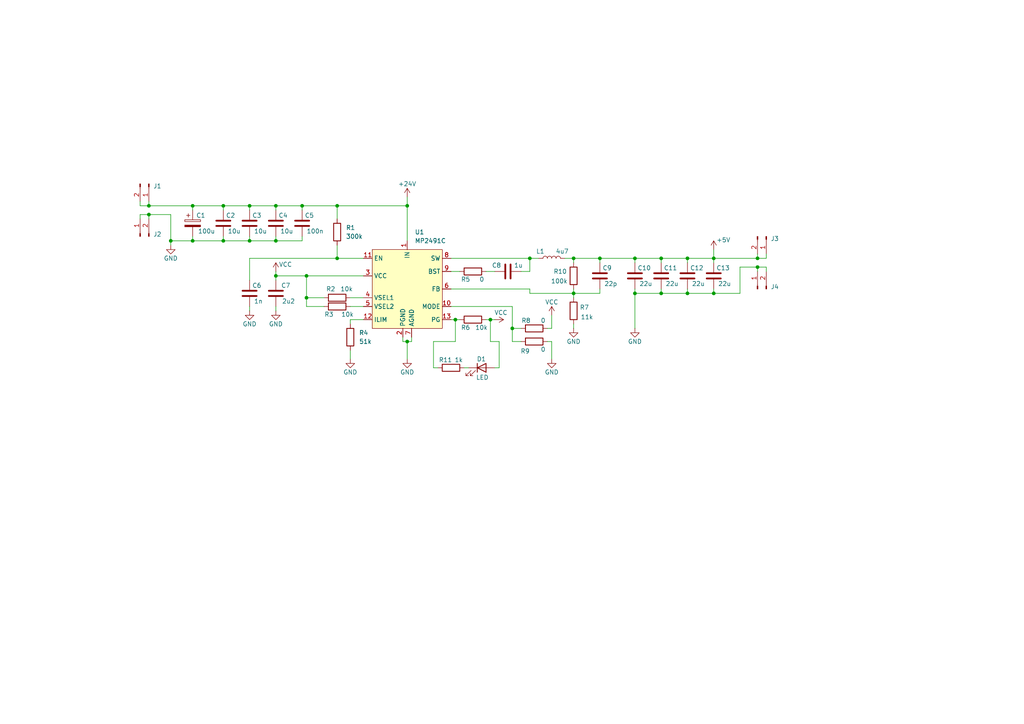
<source format=kicad_sch>
(kicad_sch (version 20231120) (generator "eeschema") (generator_version "8.0")
  (paper "A4")
  (lib_symbols
    (symbol "Connector:Conn_01x02_Pin" (pin_names (offset 1.016) hide)
      (property "Reference" "J" (at 0 2.54 0))
      (property "Value" "Conn_01x02_Pin" (at 0 -5.08 0))
      (symbol "Conn_01x02_Pin_1_1"
        (polyline (pts (xy 1.27 -2.54) (xy 0.8636 -2.54)) (stroke (width 0.1524)))
        (polyline (pts (xy 1.27 0) (xy 0.8636 0)) (stroke (width 0.1524)))
        (rectangle (start 0.8636 -2.413) (end 0 -2.667) (stroke (width 0.1524)) (fill (type outline)))
        (rectangle (start 0.8636 0.127) (end 0 -0.127) (stroke (width 0.1524)) (fill (type outline)))
        (pin passive line (at 5.08 0 180) (length 3.81) (name "Pin_1") (number "1"))
        (pin passive line (at 5.08 -2.54 180) (length 3.81) (name "Pin_2") (number "2"))
      )
    )
    (symbol "Device:C" (pin_numbers hide) (pin_names (offset 0.254))
      (property "Reference" "C" (at 0.635 2.54 0))
      (property "Value" "C" (at 0.635 -2.54 0))
      (symbol "C_0_1"
        (polyline (pts (xy -2.032 -0.762) (xy 2.032 -0.762)) (stroke (width 0.508)))
        (polyline (pts (xy -2.032 0.762) (xy 2.032 0.762)) (stroke (width 0.508)))
      )
      (symbol "C_1_1"
        (pin passive line (at 0 3.81 270) (length 2.794) (name "~") (number "1"))
        (pin passive line (at 0 -3.81 90) (length 2.794) (name "~") (number "2"))
      )
    )
    (symbol "Device:C_Polarized" (pin_numbers hide) (pin_names (offset 0.254))
      (property "Reference" "C" (at 0.635 2.54 0))
      (property "Value" "C_Polarized" (at 0.635 -2.54 0))
      (symbol "C_Polarized_0_1"
        (rectangle (start -2.286 0.508) (end 2.286 1.016))
        (polyline (pts (xy -1.778 2.286) (xy -0.762 2.286)))
        (polyline (pts (xy -1.27 2.794) (xy -1.27 1.778)))
        (rectangle (start 2.286 -0.508) (end -2.286 -1.016) (fill (type outline)))
      )
      (symbol "C_Polarized_1_1"
        (pin passive line (at 0 3.81 270) (length 2.794) (name "~") (number "1"))
        (pin passive line (at 0 -3.81 90) (length 2.794) (name "~") (number "2"))
      )
    )
    (symbol "Device:L" (pin_numbers hide) (pin_names (offset 1.016) hide)
      (property "Reference" "L" (at -1.27 0 90))
      (property "Value" "L" (at 1.905 0 90))
      (symbol "L_0_1"
        (arc (start 0 -2.54) (mid 0.6323 -1.905) (end 0 -1.27))
        (arc (start 0 -1.27) (mid 0.6323 -0.635) (end 0 0))
        (arc (start 0 0) (mid 0.6323 0.635) (end 0 1.27))
        (arc (start 0 1.27) (mid 0.6323 1.905) (end 0 2.54))
      )
      (symbol "L_1_1"
        (pin passive line (at 0 3.81 270) (length 1.27) (name "1") (number "1"))
        (pin passive line (at 0 -3.81 90) (length 1.27) (name "2") (number "2"))
      )
    )
    (symbol "Device:LED" (pin_numbers hide) (pin_names (offset 1.016) hide)
      (property "Reference" "D" (at 0 2.54 0))
      (property "Value" "LED" (at 0 -2.54 0))
      (symbol "LED_0_1"
        (polyline (pts (xy -1.27 -1.27) (xy -1.27 1.27)) (stroke (width 0.254)))
        (polyline (pts (xy -1.27 0) (xy 1.27 0)))
        (polyline (pts (xy 1.27 -1.27) (xy 1.27 1.27) (xy -1.27 0) (xy 1.27 -1.27)) (stroke (width 0.254)))
        (polyline (pts (xy -3.048 -0.762) (xy -4.572 -2.286) (xy -3.81 -2.286) (xy -4.572 -2.286) (xy -4.572 -1.524)))
        (polyline (pts (xy -1.778 -0.762) (xy -3.302 -2.286) (xy -2.54 -2.286) (xy -3.302 -2.286) (xy -3.302 -1.524)))
      )
      (symbol "LED_1_1"
        (pin passive line (at -3.81 0 0) (length 2.54) (name "K") (number "1"))
        (pin passive line (at 3.81 0 180) (length 2.54) (name "A") (number "2"))
      )
    )
    (symbol "Device:R" (pin_numbers hide) (pin_names (offset 0))
      (property "Reference" "R" (at 2.032 0 90))
      (property "Value" "R" (at 0 0 90))
      (symbol "R_0_1"
        (rectangle (start -1.016 -2.54) (end 1.016 2.54) (stroke (width 0.254)))
      )
      (symbol "R_1_1"
        (pin passive line (at 0 3.81 270) (length 1.27) (name "~") (number "1"))
        (pin passive line (at 0 -3.81 90) (length 1.27) (name "~") (number "2"))
      )
    )
    (symbol "HK:MP2491C_HK"
      (property "Reference" "U" (at 0 0 0))
      (property "Value" "MP2491C" (at 5.842 13.462 0))
      (symbol "MP2491C_HK_1_1"
        (rectangle (start -10.16 11.43) (end 10.16 -11.43) (fill (type background)))
        (pin power_in line (at 0 13.97 270) (length 2.54) (name "IN") (number "1"))
        (pin input line (at 12.7 -5.08 180) (length 2.54) (name "MODE") (number "10"))
        (pin input line (at -12.7 8.89 0) (length 2.54) (name "EN") (number "11"))
        (pin input line (at -12.7 -8.89 0) (length 2.54) (name "ILIM") (number "12"))
        (pin output line (at 12.7 -8.89 180) (length 2.54) (name "PG") (number "13"))
        (pin power_in line (at -1.27 -13.97 90) (length 2.54) (name "PGND") (number "2"))
        (pin power_out line (at -12.7 3.81 0) (length 2.54) (name "VCC") (number "3"))
        (pin input line (at -12.7 -2.54 0) (length 2.54) (name "VSEL1") (number "4"))
        (pin input line (at -12.7 -5.08 0) (length 2.54) (name "VSEL2") (number "5"))
        (pin input line (at 12.7 0 180) (length 2.54) (name "FB") (number "6"))
        (pin power_in line (at 1.27 -13.97 90) (length 2.54) (name "AGND") (number "7"))
        (pin power_in line (at 12.7 8.89 180) (length 2.54) (name "SW") (number "8"))
        (pin input line (at 12.7 5.08 180) (length 2.54) (name "BST") (number "9"))
      )
    )
    (symbol "power:+24V" (power) (pin_numbers hide) (pin_names (offset 0) hide)
      (property "Value" "+24V" (at 0 3.556 0))
      (symbol "+24V_0_1"
        (polyline (pts (xy -0.762 1.27) (xy 0 2.54)))
        (polyline (pts (xy 0 0) (xy 0 2.54)))
        (polyline (pts (xy 0 2.54) (xy 0.762 1.27)))
      )
      (symbol "+24V_1_1"
        (pin power_in line (at 0 0 90) (length 0) (name "~") (number "1"))
      )
    )
    (symbol "power:+5V" (power) (pin_numbers hide) (pin_names (offset 0) hide)
      (property "Value" "+5V" (at 0 3.556 0))
      (symbol "+5V_0_1"
        (polyline (pts (xy -0.762 1.27) (xy 0 2.54)))
        (polyline (pts (xy 0 0) (xy 0 2.54)))
        (polyline (pts (xy 0 2.54) (xy 0.762 1.27)))
      )
      (symbol "+5V_1_1"
        (pin power_in line (at 0 0 90) (length 0) (name "~") (number "1"))
      )
    )
    (symbol "power:GND" (power) (pin_numbers hide) (pin_names (offset 0) hide)
      (property "Value" "GND" (at 0 -3.81 0))
      (symbol "GND_0_1"
        (polyline (pts (xy 0 0) (xy 0 -1.27) (xy 1.27 -1.27) (xy 0 -2.54) (xy -1.27 -1.27) (xy 0 -1.27)))
      )
      (symbol "GND_1_1"
        (pin power_in line (at 0 0 270) (length 0) (name "~") (number "1"))
      )
    )
    (symbol "power:VCC" (power) (pin_numbers hide) (pin_names (offset 0) hide)
      (property "Value" "VCC" (at 0 3.556 0))
      (symbol "VCC_0_1"
        (polyline (pts (xy -0.762 1.27) (xy 0 2.54)))
        (polyline (pts (xy 0 0) (xy 0 2.54)))
        (polyline (pts (xy 0 2.54) (xy 0.762 1.27)))
      )
      (symbol "VCC_1_1"
        (pin power_in line (at 0 0 90) (length 0) (name "~") (number "1"))
      )
    )
  )
  (junction (at 153.67 74.93))
  (junction (at 43.18 62.23))
  (junction (at 191.77 85.09))
  (junction (at 55.88 69.85))
  (junction (at 219.71 77.47))
  (junction (at 118.11 59.69))
  (junction (at 64.77 69.85))
  (junction (at 88.9 80.01))
  (junction (at 118.11 99.06))
  (junction (at 191.77 74.93))
  (junction (at 49.53 69.85))
  (junction (at 64.77 59.69))
  (junction (at 199.39 74.93))
  (junction (at 43.18 59.69))
  (junction (at 80.01 80.01))
  (junction (at 184.15 74.93))
  (junction (at 87.63 59.69))
  (junction (at 207.01 85.09))
  (junction (at 80.01 69.85))
  (junction (at 88.9 86.36))
  (junction (at 72.39 59.69))
  (junction (at 173.99 74.93))
  (junction (at 199.39 85.09))
  (junction (at 55.88 59.69))
  (junction (at 166.37 85.09))
  (junction (at 207.01 74.93))
  (junction (at 184.15 85.09))
  (junction (at 148.59 95.25))
  (junction (at 166.37 74.93))
  (junction (at 219.71 74.93))
  (junction (at 97.79 59.69))
  (junction (at 142.24 92.71))
  (junction (at 72.39 69.85))
  (junction (at 80.01 59.69))
  (junction (at 97.79 74.93))
  (junction (at 132.08 92.71))
  (wire (pts (xy 80.01 68.58) (xy 80.01 69.85)))
  (wire (pts (xy 116.84 97.79) (xy 116.84 99.06)))
  (wire (pts (xy 151.13 95.25) (xy 148.59 95.25)))
  (wire (pts (xy 43.18 62.23) (xy 43.18 63.5)))
  (wire (pts (xy 49.53 62.23) (xy 49.53 69.85)))
  (wire (pts (xy 207.01 85.09) (xy 214.63 85.09)))
  (wire (pts (xy 148.59 95.25) (xy 148.59 99.06)))
  (wire (pts (xy 184.15 83.82) (xy 184.15 85.09)))
  (wire (pts (xy 140.97 92.71) (xy 142.24 92.71)))
  (wire (pts (xy 158.75 99.06) (xy 160.02 99.06)))
  (wire (pts (xy 207.01 72.39) (xy 207.01 74.93)))
  (wire (pts (xy 191.77 85.09) (xy 184.15 85.09)))
  (wire (pts (xy 80.01 88.9) (xy 80.01 90.17)))
  (wire (pts (xy 125.73 106.68) (xy 125.73 99.06)))
  (wire (pts (xy 184.15 85.09) (xy 184.15 95.25)))
  (wire (pts (xy 87.63 59.69) (xy 97.79 59.69)))
  (wire (pts (xy 43.18 58.42) (xy 43.18 59.69)))
  (wire (pts (xy 199.39 74.93) (xy 199.39 76.2)))
  (wire (pts (xy 87.63 59.69) (xy 87.63 60.96)))
  (wire (pts (xy 118.11 57.15) (xy 118.11 59.69)))
  (wire (pts (xy 160.02 99.06) (xy 160.02 104.14)))
  (wire (pts (xy 144.78 106.68) (xy 144.78 99.06)))
  (wire (pts (xy 97.79 59.69) (xy 97.79 63.5)))
  (wire (pts (xy 130.81 74.93) (xy 153.67 74.93)))
  (wire (pts (xy 160.02 91.44) (xy 160.02 95.25)))
  (wire (pts (xy 72.39 81.28) (xy 72.39 74.93)))
  (wire (pts (xy 72.39 69.85) (xy 64.77 69.85)))
  (wire (pts (xy 148.59 99.06) (xy 151.13 99.06)))
  (wire (pts (xy 199.39 74.93) (xy 207.01 74.93)))
  (wire (pts (xy 119.38 99.06) (xy 118.11 99.06)))
  (wire (pts (xy 173.99 83.82) (xy 173.99 85.09)))
  (wire (pts (xy 130.81 92.71) (xy 132.08 92.71)))
  (wire (pts (xy 105.41 74.93) (xy 97.79 74.93)))
  (wire (pts (xy 80.01 59.69) (xy 87.63 59.69)))
  (wire (pts (xy 207.01 74.93) (xy 219.71 74.93)))
  (wire (pts (xy 166.37 74.93) (xy 166.37 76.2)))
  (wire (pts (xy 207.01 85.09) (xy 199.39 85.09)))
  (wire (pts (xy 132.08 92.71) (xy 133.35 92.71)))
  (wire (pts (xy 173.99 85.09) (xy 166.37 85.09)))
  (wire (pts (xy 72.39 59.69) (xy 80.01 59.69)))
  (wire (pts (xy 40.64 58.42) (xy 40.64 59.69)))
  (wire (pts (xy 130.81 78.74) (xy 133.35 78.74)))
  (wire (pts (xy 148.59 88.9) (xy 148.59 95.25)))
  (wire (pts (xy 80.01 80.01) (xy 80.01 81.28)))
  (wire (pts (xy 153.67 85.09) (xy 166.37 85.09)))
  (wire (pts (xy 97.79 59.69) (xy 118.11 59.69)))
  (wire (pts (xy 105.41 92.71) (xy 101.6 92.71)))
  (wire (pts (xy 125.73 99.06) (xy 132.08 99.06)))
  (wire (pts (xy 49.53 69.85) (xy 49.53 71.12)))
  (wire (pts (xy 118.11 59.69) (xy 118.11 69.85)))
  (wire (pts (xy 43.18 59.69) (xy 55.88 59.69)))
  (wire (pts (xy 55.88 59.69) (xy 64.77 59.69)))
  (wire (pts (xy 191.77 83.82) (xy 191.77 85.09)))
  (wire (pts (xy 88.9 86.36) (xy 93.98 86.36)))
  (wire (pts (xy 166.37 93.98) (xy 166.37 95.25)))
  (wire (pts (xy 80.01 78.74) (xy 80.01 80.01)))
  (wire (pts (xy 158.75 95.25) (xy 160.02 95.25)))
  (wire (pts (xy 93.98 88.9) (xy 88.9 88.9)))
  (wire (pts (xy 130.81 83.82) (xy 153.67 83.82)))
  (wire (pts (xy 199.39 83.82) (xy 199.39 85.09)))
  (wire (pts (xy 219.71 77.47) (xy 222.25 77.47)))
  (wire (pts (xy 151.13 78.74) (xy 153.67 78.74)))
  (wire (pts (xy 118.11 99.06) (xy 116.84 99.06)))
  (wire (pts (xy 142.24 92.71) (xy 143.51 92.71)))
  (wire (pts (xy 191.77 74.93) (xy 191.77 76.2)))
  (wire (pts (xy 222.25 74.93) (xy 222.25 73.66)))
  (wire (pts (xy 166.37 85.09) (xy 166.37 86.36)))
  (wire (pts (xy 64.77 68.58) (xy 64.77 69.85)))
  (wire (pts (xy 127 106.68) (xy 125.73 106.68)))
  (wire (pts (xy 153.67 78.74) (xy 153.67 74.93)))
  (wire (pts (xy 87.63 69.85) (xy 80.01 69.85)))
  (wire (pts (xy 97.79 74.93) (xy 97.79 71.12)))
  (wire (pts (xy 88.9 80.01) (xy 105.41 80.01)))
  (wire (pts (xy 191.77 74.93) (xy 199.39 74.93)))
  (wire (pts (xy 40.64 62.23) (xy 40.64 63.5)))
  (wire (pts (xy 173.99 74.93) (xy 173.99 76.2)))
  (wire (pts (xy 163.83 74.93) (xy 166.37 74.93)))
  (wire (pts (xy 64.77 59.69) (xy 64.77 60.96)))
  (wire (pts (xy 199.39 85.09) (xy 191.77 85.09)))
  (wire (pts (xy 40.64 59.69) (xy 43.18 59.69)))
  (wire (pts (xy 214.63 77.47) (xy 219.71 77.47)))
  (wire (pts (xy 88.9 86.36) (xy 88.9 88.9)))
  (wire (pts (xy 80.01 69.85) (xy 72.39 69.85)))
  (wire (pts (xy 101.6 101.6) (xy 101.6 104.14)))
  (wire (pts (xy 118.11 99.06) (xy 118.11 104.14)))
  (wire (pts (xy 80.01 80.01) (xy 88.9 80.01)))
  (wire (pts (xy 140.97 78.74) (xy 143.51 78.74)))
  (wire (pts (xy 135.89 106.68) (xy 134.62 106.68)))
  (wire (pts (xy 142.24 99.06) (xy 142.24 92.71)))
  (wire (pts (xy 64.77 59.69) (xy 72.39 59.69)))
  (wire (pts (xy 55.88 59.69) (xy 55.88 60.96)))
  (wire (pts (xy 166.37 83.82) (xy 166.37 85.09)))
  (wire (pts (xy 148.59 88.9) (xy 130.81 88.9)))
  (wire (pts (xy 222.25 77.47) (xy 222.25 78.74)))
  (wire (pts (xy 219.71 74.93) (xy 222.25 74.93)))
  (wire (pts (xy 55.88 69.85) (xy 49.53 69.85)))
  (wire (pts (xy 153.67 83.82) (xy 153.67 85.09)))
  (wire (pts (xy 72.39 59.69) (xy 72.39 60.96)))
  (wire (pts (xy 173.99 74.93) (xy 184.15 74.93)))
  (wire (pts (xy 101.6 92.71) (xy 101.6 93.98)))
  (wire (pts (xy 80.01 59.69) (xy 80.01 60.96)))
  (wire (pts (xy 207.01 83.82) (xy 207.01 85.09)))
  (wire (pts (xy 166.37 74.93) (xy 173.99 74.93)))
  (wire (pts (xy 144.78 99.06) (xy 142.24 99.06)))
  (wire (pts (xy 72.39 68.58) (xy 72.39 69.85)))
  (wire (pts (xy 184.15 74.93) (xy 191.77 74.93)))
  (wire (pts (xy 207.01 74.93) (xy 207.01 76.2)))
  (wire (pts (xy 72.39 88.9) (xy 72.39 90.17)))
  (wire (pts (xy 143.51 106.68) (xy 144.78 106.68)))
  (wire (pts (xy 119.38 97.79) (xy 119.38 99.06)))
  (wire (pts (xy 72.39 74.93) (xy 97.79 74.93)))
  (wire (pts (xy 101.6 86.36) (xy 105.41 86.36)))
  (wire (pts (xy 55.88 68.58) (xy 55.88 69.85)))
  (wire (pts (xy 40.64 62.23) (xy 43.18 62.23)))
  (wire (pts (xy 219.71 77.47) (xy 219.71 78.74)))
  (wire (pts (xy 184.15 74.93) (xy 184.15 76.2)))
  (wire (pts (xy 214.63 85.09) (xy 214.63 77.47)))
  (wire (pts (xy 43.18 62.23) (xy 49.53 62.23)))
  (wire (pts (xy 153.67 74.93) (xy 156.21 74.93)))
  (wire (pts (xy 88.9 80.01) (xy 88.9 86.36)))
  (wire (pts (xy 87.63 68.58) (xy 87.63 69.85)))
  (wire (pts (xy 101.6 88.9) (xy 105.41 88.9)))
  (wire (pts (xy 64.77 69.85) (xy 55.88 69.85)))
  (wire (pts (xy 219.71 73.66) (xy 219.71 74.93)))
  (wire (pts (xy 132.08 99.06) (xy 132.08 92.71)))
  (symbol (lib_id "Device:R") (at 154.94 95.25 90) (unit 1)
    (property "Reference" "R8" (at 153.924 92.964 90) (effects (justify left)))
    (property "Value" "0" (at 158.242 92.964 90) (effects (justify left)))
    (property "Footprint" "Resistor_SMD:R_0603_1608Metric" (effects (hide yes)))
    (property "Description" "Resistor" (effects (hide yes)))
  )
  (symbol (lib_id "Device:R") (at 97.79 86.36 90) (unit 1)
    (property "Reference" "R2" (at 97.282 83.82 90) (effects (justify left)))
    (property "Value" "10k" (at 102.362 83.82 90) (effects (justify left)))
    (property "Footprint" "Resistor_SMD:R_0603_1608Metric" (effects (hide yes)))
    (property "Description" "Resistor" (effects (hide yes)))
  )
  (symbol (lib_id "Device:R") (at 101.6 97.79 0) (unit 1)
    (property "Reference" "R4" (at 104.14 96.5199 0) (effects (justify left)))
    (property "Value" "51k" (at 104.14 99.0599 0) (effects (justify left)))
    (property "Footprint" "Resistor_SMD:R_0603_1608Metric" (effects (hide yes)))
    (property "Description" "Resistor" (effects (hide yes)))
  )
  (symbol (lib_id "Device:R") (at 154.94 99.06 90) (unit 1)
    (property "Reference" "R9" (at 153.67 101.854 90) (effects (justify left)))
    (property "Value" "0" (at 158.242 101.346 90) (effects (justify left)))
    (property "Footprint" "Resistor_SMD:R_0603_1608Metric" (effects (hide yes)))
    (property "Description" "Resistor" (effects (hide yes)))
  )
  (symbol (lib_id "power:GND") (at 72.39 90.17 0) (unit 1)
    (property "Reference" "#PWR0107" (effects (hide yes)))
    (property "Value" "GND" (at 72.39 93.98 0))
    (property "Description" "Power symbol creates a global label with name \"GND\" , ground" (effects (hide yes)))
  )
  (symbol (lib_id "Connector:Conn_01x02_Pin") (at 222.25 68.58 270) (unit 1)
    (property "Reference" "J3" (at 223.52 69.2149 90) (effects (justify left)))
    (property "Value" "Conn_01x02_Pin" (effects (hide yes)))
    (property "Footprint" "Connector_PinHeader_2.54mm:PinHeader_1x02_P2.54mm_Vertical" (effects (hide yes)))
    (property "Description" "Generic connector, single row, 01x02, script generated" (effects (hide yes)))
  )
  (symbol (lib_id "Connector:Conn_01x02_Pin") (at 40.64 68.58 90) (unit 1)
    (property "Reference" "J2" (at 44.45 67.9449 90) (effects (justify right)))
    (property "Value" "Conn_01x02_Pin" (effects (hide yes)))
    (property "Footprint" "Connector_PinHeader_2.54mm:PinHeader_1x02_P2.54mm_Vertical" (effects (hide yes)))
    (property "Description" "Generic connector, single row, 01x02, script generated" (effects (hide yes)))
  )
  (symbol (lib_id "Device:C_Polarized") (at 55.88 64.77 0) (unit 1)
    (property "Reference" "C1" (at 56.896 62.484 0) (effects (justify left)))
    (property "Value" "100u" (at 57.404 67.056 0) (effects (justify left)))
    (property "Footprint" "Capacitor_THT:CP_Radial_D6.3mm_P2.50mm" (effects (hide yes)))
    (property "Description" "Polarized capacitor" (effects (hide yes)))
  )
  (symbol (lib_id "power:GND") (at 101.6 104.14 0) (unit 1)
    (property "Reference" "#PWR0112" (effects (hide yes)))
    (property "Value" "GND" (at 101.6 107.95 0))
    (property "Description" "Power symbol creates a global label with name \"GND\" , ground" (effects (hide yes)))
  )
  (symbol (lib_id "Device:C") (at 199.39 80.01 0) (unit 1)
    (property "Reference" "C12" (at 200.152 77.724 0) (effects (justify left)))
    (property "Value" "22u" (at 200.66 82.296 0) (effects (justify left)))
    (property "Footprint" "Capacitor_SMD:C_0805_2012Metric" (effects (hide yes)))
    (property "Description" "Unpolarized capacitor" (effects (hide yes)))
  )
  (symbol (lib_id "Device:L") (at 160.02 74.93 90) (unit 1)
    (property "Reference" "L1" (at 156.718 72.898 90))
    (property "Value" "4u7" (at 163.068 72.898 90))
    (property "Footprint" "HK:Inductor_IHLP3232DZER4R7M11_HK" (effects (hide yes)))
    (property "Description" "Inductor" (effects (hide yes)))
  )
  (symbol (lib_id "Device:R") (at 166.37 90.17 0) (unit 1)
    (property "Reference" "R7" (at 168.148 89.154 0) (effects (justify left)))
    (property "Value" "11k" (at 168.402 91.948 0) (effects (justify left)))
    (property "Footprint" "Resistor_SMD:R_0603_1608Metric" (effects (hide yes)))
    (property "Description" "Resistor" (effects (hide yes)))
  )
  (symbol (lib_id "power:GND") (at 49.53 71.12 0) (unit 1)
    (property "Reference" "#PWR0101" (effects (hide yes)))
    (property "Value" "GND" (at 49.53 74.93 0))
    (property "Description" "Power symbol creates a global label with name \"GND\" , ground" (effects (hide yes)))
  )
  (symbol (lib_id "Device:C") (at 87.63 64.77 0) (unit 1)
    (property "Reference" "C5" (at 88.392 62.484 0) (effects (justify left)))
    (property "Value" "100n" (at 88.9 67.056 0) (effects (justify left)))
    (property "Footprint" "Capacitor_SMD:C_0603_1608Metric" (effects (hide yes)))
    (property "Description" "Unpolarized capacitor" (effects (hide yes)))
  )
  (symbol (lib_id "power:GND") (at 184.15 95.25 0) (unit 1)
    (property "Reference" "#PWR0108" (effects (hide yes)))
    (property "Value" "GND" (at 184.15 99.06 0))
    (property "Description" "Power symbol creates a global label with name \"GND\" , ground" (effects (hide yes)))
  )
  (symbol (lib_id "Device:C") (at 72.39 85.09 0) (unit 1)
    (property "Reference" "C6" (at 73.152 82.804 0) (effects (justify left)))
    (property "Value" "1n" (at 73.66 87.376 0) (effects (justify left)))
    (property "Footprint" "Capacitor_SMD:C_0603_1608Metric" (effects (hide yes)))
    (property "Description" "Unpolarized capacitor" (effects (hide yes)))
  )
  (symbol (lib_id "power:GND") (at 160.02 104.14 0) (unit 1)
    (property "Reference" "#PWR0104" (effects (hide yes)))
    (property "Value" "GND" (at 160.02 107.95 0))
    (property "Description" "Power symbol creates a global label with name \"GND\" , ground" (effects (hide yes)))
  )
  (symbol (lib_id "Device:C") (at 173.99 80.01 0) (unit 1)
    (property "Reference" "C9" (at 174.752 77.724 0) (effects (justify left)))
    (property "Value" "22p" (at 175.26 82.296 0) (effects (justify left)))
    (property "Footprint" "Capacitor_SMD:C_0603_1608Metric" (effects (hide yes)))
    (property "Description" "Unpolarized capacitor" (effects (hide yes)))
  )
  (symbol (lib_id "Device:C") (at 191.77 80.01 0) (unit 1)
    (property "Reference" "C11" (at 192.532 77.724 0) (effects (justify left)))
    (property "Value" "22u" (at 193.04 82.296 0) (effects (justify left)))
    (property "Footprint" "Capacitor_SMD:C_0805_2012Metric" (effects (hide yes)))
    (property "Description" "Unpolarized capacitor" (effects (hide yes)))
  )
  (symbol (lib_id "HK:MP2491C_HK") (at 118.11 83.82 0) (unit 1)
    (property "Reference" "U1" (at 120.3041 67.31 0) (effects (justify left)))
    (property "Value" "MP2491C" (at 120.3041 69.85 0) (effects (justify left)))
    (property "Footprint" "HK:QFN-13_HK" (effects (hide yes)))
    (property "Datasheet" "https://www.monolithicpower.com/en/documentview/productdocument/index/version/2/document_type/Datasheet/lang/en/sku/MP2491CGQB-Z/document_id/4656/" (effects (hide yes)))
    (property "Description" "Step-Down Converter" (effects (hide yes)))
  )
  (symbol (lib_id "Device:C") (at 207.01 80.01 0) (unit 1)
    (property "Reference" "C13" (at 207.772 77.724 0) (effects (justify left)))
    (property "Value" "22u" (at 208.28 82.296 0) (effects (justify left)))
    (property "Footprint" "Capacitor_SMD:C_0805_2012Metric" (effects (hide yes)))
    (property "Description" "Unpolarized capacitor" (effects (hide yes)))
  )
  (symbol (lib_id "power:GND") (at 80.01 90.17 0) (unit 1)
    (property "Reference" "#PWR0106" (effects (hide yes)))
    (property "Value" "GND" (at 80.01 93.98 0))
    (property "Description" "Power symbol creates a global label with name \"GND\" , ground" (effects (hide yes)))
  )
  (symbol (lib_id "power:VCC") (at 80.01 78.74 0) (unit 1)
    (property "Reference" "#PWR01" (effects (hide yes)))
    (property "Value" "VCC" (at 82.804 76.708 0))
    (property "Description" "Power symbol creates a global label with name \"VCC\"" (effects (hide yes)))
  )
  (symbol (lib_id "Device:LED") (at 139.7 106.68 0) (unit 1)
    (property "Reference" "D1" (at 140.97 104.14 0) (effects (justify right)))
    (property "Value" "LED" (at 141.732 109.474 0) (effects (justify right)))
    (property "Footprint" "LED_SMD:LED_0603_1608Metric" (effects (hide yes)))
    (property "Description" "Light emitting diode" (effects (hide yes)))
  )
  (symbol (lib_id "Device:R") (at 97.79 67.31 0) (unit 1)
    (property "Reference" "R1" (at 100.33 66.0399 0) (effects (justify left)))
    (property "Value" "300k" (at 100.33 68.5799 0) (effects (justify left)))
    (property "Footprint" "Resistor_SMD:R_0603_1608Metric" (effects (hide yes)))
    (property "Description" "Resistor" (effects (hide yes)))
  )
  (symbol (lib_id "Device:C") (at 80.01 85.09 0) (unit 1)
    (property "Reference" "C7" (at 81.534 82.804 0) (effects (justify left)))
    (property "Value" "2u2" (at 81.788 87.376 0) (effects (justify left)))
    (property "Footprint" "Capacitor_SMD:C_0603_1608Metric" (effects (hide yes)))
    (property "Description" "Unpolarized capacitor" (effects (hide yes)))
  )
  (symbol (lib_id "Device:R") (at 137.16 78.74 90) (unit 1)
    (property "Reference" "R5" (at 136.398 81.026 90) (effects (justify left)))
    (property "Value" "0" (at 140.462 81.026 90) (effects (justify left)))
    (property "Footprint" "Resistor_SMD:R_0603_1608Metric" (effects (hide yes)))
    (property "Description" "Resistor" (effects (hide yes)))
  )
  (symbol (lib_id "Connector:Conn_01x02_Pin") (at 43.18 53.34 270) (unit 1)
    (property "Reference" "J1" (at 44.45 53.9749 90) (effects (justify left)))
    (property "Value" "Conn_01x02_Pin" (effects (hide yes)))
    (property "Footprint" "Connector_PinHeader_2.54mm:PinHeader_1x02_P2.54mm_Vertical" (effects (hide yes)))
    (property "Description" "Generic connector, single row, 01x02, script generated" (effects (hide yes)))
  )
  (symbol (lib_id "Device:R") (at 97.79 88.9 90) (unit 1)
    (property "Reference" "R3" (at 96.774 91.186 90) (effects (justify left)))
    (property "Value" "10k" (at 102.616 91.186 90) (effects (justify left)))
    (property "Footprint" "Resistor_SMD:R_0603_1608Metric" (effects (hide yes)))
    (property "Description" "Resistor" (effects (hide yes)))
  )
  (symbol (lib_id "power:VCC") (at 160.02 91.44 0) (unit 1)
    (property "Reference" "#PWR03" (effects (hide yes)))
    (property "Value" "VCC" (at 160.02 87.63 0))
    (property "Description" "Power symbol creates a global label with name \"VCC\"" (effects (hide yes)))
  )
  (symbol (lib_id "Device:R") (at 130.81 106.68 270) (unit 1)
    (property "Reference" "R11" (at 127.254 104.394 90) (effects (justify left)))
    (property "Value" "1k" (at 131.826 104.394 90) (effects (justify left)))
    (property "Footprint" "Resistor_SMD:R_0603_1608Metric" (effects (hide yes)))
    (property "Description" "Resistor" (effects (hide yes)))
  )
  (symbol (lib_id "Device:C") (at 64.77 64.77 0) (unit 1)
    (property "Reference" "C2" (at 65.532 62.484 0) (effects (justify left)))
    (property "Value" "10u" (at 66.04 67.056 0) (effects (justify left)))
    (property "Footprint" "Capacitor_SMD:C_0805_2012Metric" (effects (hide yes)))
    (property "Description" "Unpolarized capacitor" (effects (hide yes)))
  )
  (symbol (lib_id "power:GND") (at 166.37 95.25 0) (unit 1)
    (property "Reference" "#PWR0105" (effects (hide yes)))
    (property "Value" "GND" (at 166.37 99.06 0))
    (property "Description" "Power symbol creates a global label with name \"GND\" , ground" (effects (hide yes)))
  )
  (symbol (lib_id "power:VCC") (at 143.51 92.71 270) (unit 1)
    (property "Reference" "#PWR02" (effects (hide yes)))
    (property "Value" "VCC" (at 145.288 90.678 90))
    (property "Description" "Power symbol creates a global label with name \"VCC\"" (effects (hide yes)))
  )
  (symbol (lib_id "Device:C") (at 147.32 78.74 270) (unit 1)
    (property "Reference" "C8" (at 144.018 76.962 90))
    (property "Value" "1u" (at 150.368 76.962 90))
    (property "Footprint" "Capacitor_SMD:C_0603_1608Metric" (effects (hide yes)))
    (property "Description" "Unpolarized capacitor" (effects (hide yes)))
  )
  (symbol (lib_id "power:GND") (at 118.11 104.14 0) (unit 1)
    (property "Reference" "#PWR0111" (effects (hide yes)))
    (property "Value" "GND" (at 118.11 107.95 0))
    (property "Description" "Power symbol creates a global label with name \"GND\" , ground" (effects (hide yes)))
  )
  (symbol (lib_id "Device:C") (at 72.39 64.77 0) (unit 1)
    (property "Reference" "C3" (at 73.152 62.484 0) (effects (justify left)))
    (property "Value" "10u" (at 73.66 67.056 0) (effects (justify left)))
    (property "Footprint" "Capacitor_SMD:C_0805_2012Metric" (effects (hide yes)))
    (property "Description" "Unpolarized capacitor" (effects (hide yes)))
  )
  (symbol (lib_id "power:+5V") (at 207.01 72.39 0) (unit 1)
    (property "Reference" "#PWR0109" (effects (hide yes)))
    (property "Value" "+5V" (at 207.772 69.596 0) (effects (justify left)))
    (property "Description" "Power symbol creates a global label with name \"+5V\"" (effects (hide yes)))
  )
  (symbol (lib_id "power:+24V") (at 118.11 57.15 0) (unit 1)
    (property "Reference" "#PWR0110" (effects (hide yes)))
    (property "Value" "+24V" (at 118.11 53.34 0))
    (property "Description" "Power symbol creates a global label with name \"+24V\"" (effects (hide yes)))
  )
  (symbol (lib_id "Device:C") (at 80.01 64.77 0) (unit 1)
    (property "Reference" "C4" (at 80.772 62.484 0) (effects (justify left)))
    (property "Value" "10u" (at 81.28 67.056 0) (effects (justify left)))
    (property "Footprint" "Capacitor_SMD:C_0805_2012Metric" (effects (hide yes)))
    (property "Description" "Unpolarized capacitor" (effects (hide yes)))
  )
  (symbol (lib_id "Device:R") (at 137.16 92.71 90) (unit 1)
    (property "Reference" "R6" (at 136.398 94.996 90) (effects (justify left)))
    (property "Value" "10k" (at 141.478 94.996 90) (effects (justify left)))
    (property "Footprint" "Resistor_SMD:R_0603_1608Metric" (effects (hide yes)))
    (property "Description" "Resistor" (effects (hide yes)))
  )
  (symbol (lib_id "Device:C") (at 184.15 80.01 0) (unit 1)
    (property "Reference" "C10" (at 184.912 77.724 0) (effects (justify left)))
    (property "Value" "22u" (at 185.42 82.296 0) (effects (justify left)))
    (property "Footprint" "Capacitor_SMD:C_0805_2012Metric" (effects (hide yes)))
    (property "Description" "Unpolarized capacitor" (effects (hide yes)))
  )
  (symbol (lib_id "Connector:Conn_01x02_Pin") (at 219.71 83.82 90) (unit 1)
    (property "Reference" "J4" (at 223.52 83.1849 90) (effects (justify right)))
    (property "Value" "Conn_01x02_Pin" (effects (hide yes)))
    (property "Footprint" "Connector_PinHeader_2.54mm:PinHeader_1x02_P2.54mm_Vertical" (effects (hide yes)))
    (property "Description" "Generic connector, single row, 01x02, script generated" (effects (hide yes)))
  )
  (symbol (lib_id "Device:R") (at 166.37 80.01 0) (unit 1)
    (property "Reference" "R10" (at 160.528 78.74 0) (effects (justify left)))
    (property "Value" "100k" (at 159.766 81.534 0) (effects (justify left)))
    (property "Footprint" "Resistor_SMD:R_0603_1608Metric" (effects (hide yes)))
    (property "Description" "Resistor" (effects (hide yes)))
  )
)
</source>
